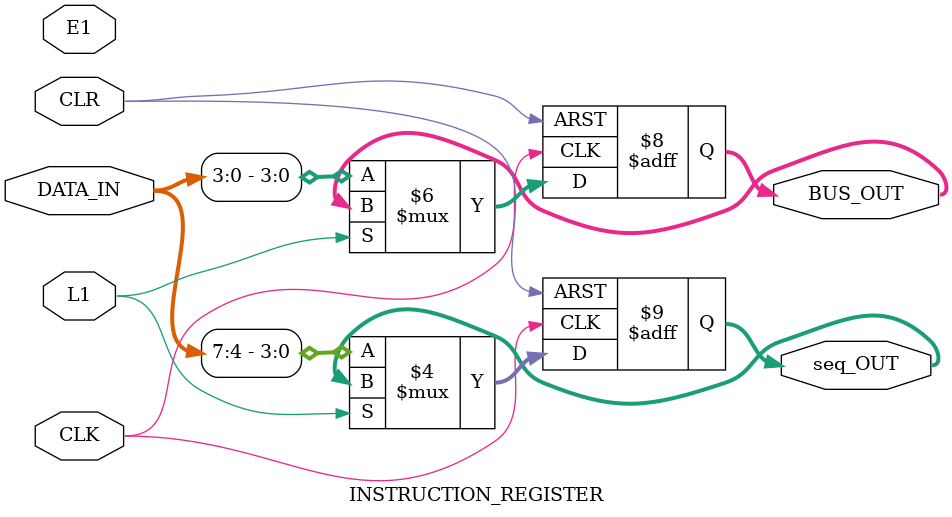
<source format=v>
module INSTRUCTION_REGISTER#(parameter WIDTH1=4,WIDTH2=8)(input CLK,
input CLR,
input L1,
input E1,
input [WIDTH2-1:0] DATA_IN,
output reg [WIDTH1-1:0] BUS_OUT,
output reg [WIDTH1-1:0] seq_OUT);
reg [WIDTH1-1:0] BUS_OUT_reg;
always @(posedge CLK or negedge CLR)
 begin
	if(!CLR)
	 begin
		seq_OUT<='b0;
		BUS_OUT<='b0;
	 end
	else if(!L1)
	 begin
		seq_OUT<=DATA_IN[WIDTH2-1:WIDTH2/2];
		BUS_OUT<=DATA_IN[WIDTH2/2-1:0];
	 end
 end


endmodule

</source>
